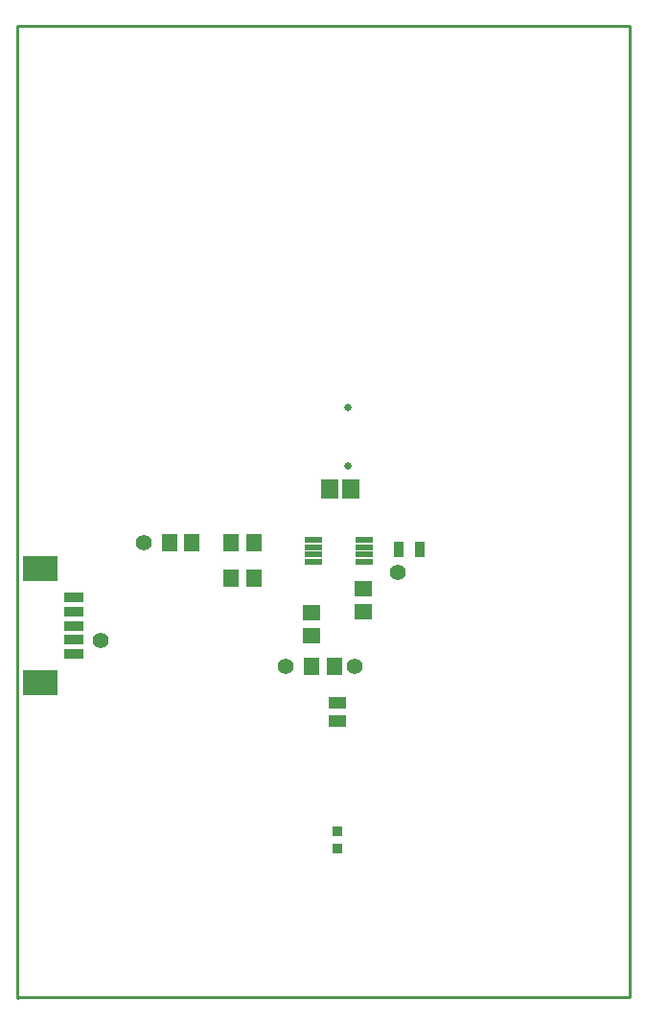
<source format=gts>
G04*
G04 #@! TF.GenerationSoftware,Altium Limited,Altium Designer,21.7.2 (23)*
G04*
G04 Layer_Color=8388736*
%FSLAX25Y25*%
%MOIN*%
G70*
G04*
G04 #@! TF.SameCoordinates,3B60FD94-7D09-417F-B4C1-333D49710502*
G04*
G04*
G04 #@! TF.FilePolarity,Negative*
G04*
G01*
G75*
%ADD11C,0.01000*%
%ADD14R,0.06496X0.06693*%
%ADD15R,0.05315X0.06299*%
%ADD16R,0.06299X0.05315*%
%ADD17R,0.06890X0.03780*%
%ADD18R,0.12402X0.08858*%
%ADD19R,0.06201X0.02362*%
%ADD20R,0.05906X0.03937*%
%ADD21R,0.03740X0.03740*%
%ADD22R,0.03740X0.05512*%
%ADD23C,0.02591*%
%ADD24C,0.05591*%
D11*
Y338000D02*
X213000D01*
Y500D02*
Y338000D01*
X500Y500D02*
X213000D01*
X0Y0D02*
X500Y500D01*
X0Y0D02*
Y338000D01*
D14*
X116043Y177000D02*
D03*
X108957D02*
D03*
D15*
X74563Y158500D02*
D03*
X82437D02*
D03*
X74563Y146000D02*
D03*
X82437D02*
D03*
X102563Y115500D02*
D03*
X110437D02*
D03*
X53063Y158500D02*
D03*
X60937D02*
D03*
D16*
X102500Y126063D02*
D03*
Y133937D02*
D03*
X120500Y134500D02*
D03*
Y142374D02*
D03*
D17*
X19650Y119658D02*
D03*
Y124579D02*
D03*
Y134421D02*
D03*
Y139342D02*
D03*
Y129500D02*
D03*
D18*
X8232Y149382D02*
D03*
Y109618D02*
D03*
D19*
X103291Y159339D02*
D03*
Y156780D02*
D03*
Y154220D02*
D03*
Y151661D02*
D03*
X120709D02*
D03*
Y154220D02*
D03*
Y156780D02*
D03*
Y159339D02*
D03*
D20*
X111500Y102748D02*
D03*
Y96252D02*
D03*
D21*
X111500Y57952D02*
D03*
Y52047D02*
D03*
D22*
X140142Y156000D02*
D03*
X132858D02*
D03*
D23*
X115000Y205500D02*
D03*
Y185000D02*
D03*
D24*
X132500Y148000D02*
D03*
X117500Y115500D02*
D03*
X29000Y124500D02*
D03*
X44000Y158500D02*
D03*
X93500Y115500D02*
D03*
M02*

</source>
